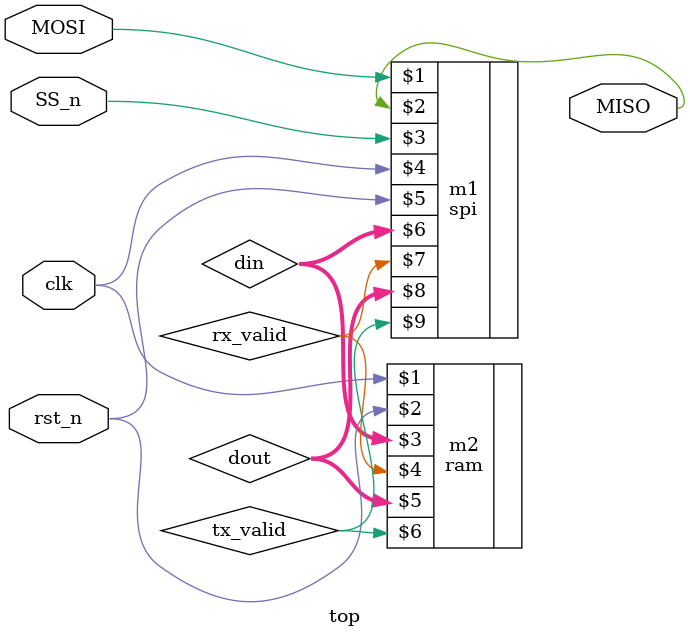
<source format=v>
module top (
    clk,rst_n,SS_n,MOSI,MISO
);
    input clk,rst_n,SS_n,MOSI;
    output MISO;
    wire [9:0]din;
    wire [7:0]dout;
    wire tx_valid,rx_valid;

    spi m1(MOSI,MISO,SS_n,clk,rst_n,din,rx_valid,dout,tx_valid);
    ram m2(clk,rst_n,din,rx_valid,dout,tx_valid);
    
endmodule //top
</source>
